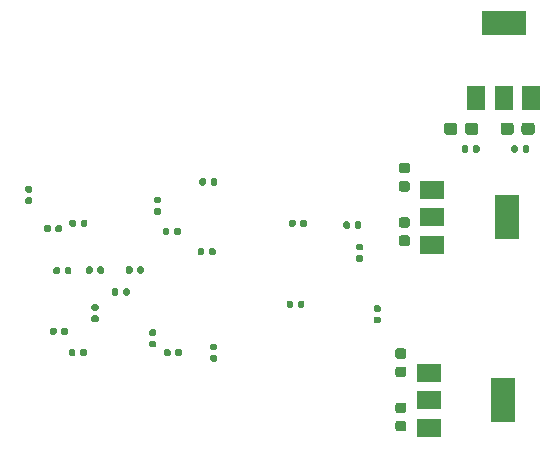
<source format=gbp>
%TF.GenerationSoftware,KiCad,Pcbnew,5.1.8-db9833491~88~ubuntu20.04.1*%
%TF.CreationDate,2021-01-24T20:19:36-05:00*%
%TF.ProjectId,julia_v2.1.1.0,6a756c69-615f-4763-922e-312e312e302e,rev?*%
%TF.SameCoordinates,Original*%
%TF.FileFunction,Paste,Bot*%
%TF.FilePolarity,Positive*%
%FSLAX46Y46*%
G04 Gerber Fmt 4.6, Leading zero omitted, Abs format (unit mm)*
G04 Created by KiCad (PCBNEW 5.1.8-db9833491~88~ubuntu20.04.1) date 2021-01-24 20:19:36*
%MOMM*%
%LPD*%
G01*
G04 APERTURE LIST*
%ADD10R,1.500000X2.000000*%
%ADD11R,3.800000X2.000000*%
%ADD12R,2.000000X1.500000*%
%ADD13R,2.000000X3.800000*%
G04 APERTURE END LIST*
D10*
%TO.C,U4*%
X135800000Y-95050000D03*
X131200000Y-95050000D03*
X133500000Y-95050000D03*
D11*
X133500000Y-88750000D03*
%TD*%
D12*
%TO.C,U3*%
X127450000Y-107500000D03*
X127450000Y-102900000D03*
X127450000Y-105200000D03*
D13*
X133750000Y-105200000D03*
%TD*%
D12*
%TO.C,U2*%
X127150000Y-123000000D03*
X127150000Y-118400000D03*
X127150000Y-120700000D03*
D13*
X133450000Y-120700000D03*
%TD*%
%TO.C,C39*%
G36*
G01*
X105300000Y-116480000D02*
X105300000Y-116820000D01*
G75*
G02*
X105160000Y-116960000I-140000J0D01*
G01*
X104880000Y-116960000D01*
G75*
G02*
X104740000Y-116820000I0J140000D01*
G01*
X104740000Y-116480000D01*
G75*
G02*
X104880000Y-116340000I140000J0D01*
G01*
X105160000Y-116340000D01*
G75*
G02*
X105300000Y-116480000I0J-140000D01*
G01*
G37*
G36*
G01*
X106260000Y-116480000D02*
X106260000Y-116820000D01*
G75*
G02*
X106120000Y-116960000I-140000J0D01*
G01*
X105840000Y-116960000D01*
G75*
G02*
X105700000Y-116820000I0J140000D01*
G01*
X105700000Y-116480000D01*
G75*
G02*
X105840000Y-116340000I140000J0D01*
G01*
X106120000Y-116340000D01*
G75*
G02*
X106260000Y-116480000I0J-140000D01*
G01*
G37*
%TD*%
%TO.C,C38*%
G36*
G01*
X95650000Y-114680000D02*
X95650000Y-115020000D01*
G75*
G02*
X95510000Y-115160000I-140000J0D01*
G01*
X95230000Y-115160000D01*
G75*
G02*
X95090000Y-115020000I0J140000D01*
G01*
X95090000Y-114680000D01*
G75*
G02*
X95230000Y-114540000I140000J0D01*
G01*
X95510000Y-114540000D01*
G75*
G02*
X95650000Y-114680000I0J-140000D01*
G01*
G37*
G36*
G01*
X96610000Y-114680000D02*
X96610000Y-115020000D01*
G75*
G02*
X96470000Y-115160000I-140000J0D01*
G01*
X96190000Y-115160000D01*
G75*
G02*
X96050000Y-115020000I0J140000D01*
G01*
X96050000Y-114680000D01*
G75*
G02*
X96190000Y-114540000I140000J0D01*
G01*
X96470000Y-114540000D01*
G75*
G02*
X96610000Y-114680000I0J-140000D01*
G01*
G37*
%TD*%
%TO.C,C37*%
G36*
G01*
X102080000Y-109490000D02*
X102080000Y-109830000D01*
G75*
G02*
X101940000Y-109970000I-140000J0D01*
G01*
X101660000Y-109970000D01*
G75*
G02*
X101520000Y-109830000I0J140000D01*
G01*
X101520000Y-109490000D01*
G75*
G02*
X101660000Y-109350000I140000J0D01*
G01*
X101940000Y-109350000D01*
G75*
G02*
X102080000Y-109490000I0J-140000D01*
G01*
G37*
G36*
G01*
X103040000Y-109490000D02*
X103040000Y-109830000D01*
G75*
G02*
X102900000Y-109970000I-140000J0D01*
G01*
X102620000Y-109970000D01*
G75*
G02*
X102480000Y-109830000I0J140000D01*
G01*
X102480000Y-109490000D01*
G75*
G02*
X102620000Y-109350000I140000J0D01*
G01*
X102900000Y-109350000D01*
G75*
G02*
X103040000Y-109490000I0J-140000D01*
G01*
G37*
%TD*%
%TO.C,C35*%
G36*
G01*
X93130000Y-103500000D02*
X93470000Y-103500000D01*
G75*
G02*
X93610000Y-103640000I0J-140000D01*
G01*
X93610000Y-103920000D01*
G75*
G02*
X93470000Y-104060000I-140000J0D01*
G01*
X93130000Y-104060000D01*
G75*
G02*
X92990000Y-103920000I0J140000D01*
G01*
X92990000Y-103640000D01*
G75*
G02*
X93130000Y-103500000I140000J0D01*
G01*
G37*
G36*
G01*
X93130000Y-102540000D02*
X93470000Y-102540000D01*
G75*
G02*
X93610000Y-102680000I0J-140000D01*
G01*
X93610000Y-102960000D01*
G75*
G02*
X93470000Y-103100000I-140000J0D01*
G01*
X93130000Y-103100000D01*
G75*
G02*
X92990000Y-102960000I0J140000D01*
G01*
X92990000Y-102680000D01*
G75*
G02*
X93130000Y-102540000I140000J0D01*
G01*
G37*
%TD*%
%TO.C,C33*%
G36*
G01*
X103970000Y-115250000D02*
X103630000Y-115250000D01*
G75*
G02*
X103490000Y-115110000I0J140000D01*
G01*
X103490000Y-114830000D01*
G75*
G02*
X103630000Y-114690000I140000J0D01*
G01*
X103970000Y-114690000D01*
G75*
G02*
X104110000Y-114830000I0J-140000D01*
G01*
X104110000Y-115110000D01*
G75*
G02*
X103970000Y-115250000I-140000J0D01*
G01*
G37*
G36*
G01*
X103970000Y-116210000D02*
X103630000Y-116210000D01*
G75*
G02*
X103490000Y-116070000I0J140000D01*
G01*
X103490000Y-115790000D01*
G75*
G02*
X103630000Y-115650000I140000J0D01*
G01*
X103970000Y-115650000D01*
G75*
G02*
X104110000Y-115790000I0J-140000D01*
G01*
X104110000Y-116070000D01*
G75*
G02*
X103970000Y-116210000I-140000J0D01*
G01*
G37*
%TD*%
%TO.C,C32*%
G36*
G01*
X104030000Y-104400000D02*
X104370000Y-104400000D01*
G75*
G02*
X104510000Y-104540000I0J-140000D01*
G01*
X104510000Y-104820000D01*
G75*
G02*
X104370000Y-104960000I-140000J0D01*
G01*
X104030000Y-104960000D01*
G75*
G02*
X103890000Y-104820000I0J140000D01*
G01*
X103890000Y-104540000D01*
G75*
G02*
X104030000Y-104400000I140000J0D01*
G01*
G37*
G36*
G01*
X104030000Y-103440000D02*
X104370000Y-103440000D01*
G75*
G02*
X104510000Y-103580000I0J-140000D01*
G01*
X104510000Y-103860000D01*
G75*
G02*
X104370000Y-104000000I-140000J0D01*
G01*
X104030000Y-104000000D01*
G75*
G02*
X103890000Y-103860000I0J140000D01*
G01*
X103890000Y-103580000D01*
G75*
G02*
X104030000Y-103440000I140000J0D01*
G01*
G37*
%TD*%
%TO.C,C31*%
G36*
G01*
X109120000Y-116450000D02*
X108780000Y-116450000D01*
G75*
G02*
X108640000Y-116310000I0J140000D01*
G01*
X108640000Y-116030000D01*
G75*
G02*
X108780000Y-115890000I140000J0D01*
G01*
X109120000Y-115890000D01*
G75*
G02*
X109260000Y-116030000I0J-140000D01*
G01*
X109260000Y-116310000D01*
G75*
G02*
X109120000Y-116450000I-140000J0D01*
G01*
G37*
G36*
G01*
X109120000Y-117410000D02*
X108780000Y-117410000D01*
G75*
G02*
X108640000Y-117270000I0J140000D01*
G01*
X108640000Y-116990000D01*
G75*
G02*
X108780000Y-116850000I140000J0D01*
G01*
X109120000Y-116850000D01*
G75*
G02*
X109260000Y-116990000I0J-140000D01*
G01*
X109260000Y-117270000D01*
G75*
G02*
X109120000Y-117410000I-140000J0D01*
G01*
G37*
%TD*%
%TO.C,C29*%
G36*
G01*
X101290000Y-111690000D02*
X101290000Y-111350000D01*
G75*
G02*
X101430000Y-111210000I140000J0D01*
G01*
X101710000Y-111210000D01*
G75*
G02*
X101850000Y-111350000I0J-140000D01*
G01*
X101850000Y-111690000D01*
G75*
G02*
X101710000Y-111830000I-140000J0D01*
G01*
X101430000Y-111830000D01*
G75*
G02*
X101290000Y-111690000I0J140000D01*
G01*
G37*
G36*
G01*
X100330000Y-111690000D02*
X100330000Y-111350000D01*
G75*
G02*
X100470000Y-111210000I140000J0D01*
G01*
X100750000Y-111210000D01*
G75*
G02*
X100890000Y-111350000I0J-140000D01*
G01*
X100890000Y-111690000D01*
G75*
G02*
X100750000Y-111830000I-140000J0D01*
G01*
X100470000Y-111830000D01*
G75*
G02*
X100330000Y-111690000I0J140000D01*
G01*
G37*
%TD*%
%TO.C,C28*%
G36*
G01*
X108300000Y-102030000D02*
X108300000Y-102370000D01*
G75*
G02*
X108160000Y-102510000I-140000J0D01*
G01*
X107880000Y-102510000D01*
G75*
G02*
X107740000Y-102370000I0J140000D01*
G01*
X107740000Y-102030000D01*
G75*
G02*
X107880000Y-101890000I140000J0D01*
G01*
X108160000Y-101890000D01*
G75*
G02*
X108300000Y-102030000I0J-140000D01*
G01*
G37*
G36*
G01*
X109260000Y-102030000D02*
X109260000Y-102370000D01*
G75*
G02*
X109120000Y-102510000I-140000J0D01*
G01*
X108840000Y-102510000D01*
G75*
G02*
X108700000Y-102370000I0J140000D01*
G01*
X108700000Y-102030000D01*
G75*
G02*
X108840000Y-101890000I140000J0D01*
G01*
X109120000Y-101890000D01*
G75*
G02*
X109260000Y-102030000I0J-140000D01*
G01*
G37*
%TD*%
%TO.C,C27*%
G36*
G01*
X98730000Y-113500000D02*
X99070000Y-113500000D01*
G75*
G02*
X99210000Y-113640000I0J-140000D01*
G01*
X99210000Y-113920000D01*
G75*
G02*
X99070000Y-114060000I-140000J0D01*
G01*
X98730000Y-114060000D01*
G75*
G02*
X98590000Y-113920000I0J140000D01*
G01*
X98590000Y-113640000D01*
G75*
G02*
X98730000Y-113500000I140000J0D01*
G01*
G37*
G36*
G01*
X98730000Y-112540000D02*
X99070000Y-112540000D01*
G75*
G02*
X99210000Y-112680000I0J-140000D01*
G01*
X99210000Y-112960000D01*
G75*
G02*
X99070000Y-113100000I-140000J0D01*
G01*
X98730000Y-113100000D01*
G75*
G02*
X98590000Y-112960000I0J140000D01*
G01*
X98590000Y-112680000D01*
G75*
G02*
X98730000Y-112540000I140000J0D01*
G01*
G37*
%TD*%
%TO.C,C25*%
G36*
G01*
X99100000Y-109830000D02*
X99100000Y-109490000D01*
G75*
G02*
X99240000Y-109350000I140000J0D01*
G01*
X99520000Y-109350000D01*
G75*
G02*
X99660000Y-109490000I0J-140000D01*
G01*
X99660000Y-109830000D01*
G75*
G02*
X99520000Y-109970000I-140000J0D01*
G01*
X99240000Y-109970000D01*
G75*
G02*
X99100000Y-109830000I0J140000D01*
G01*
G37*
G36*
G01*
X98140000Y-109830000D02*
X98140000Y-109490000D01*
G75*
G02*
X98280000Y-109350000I140000J0D01*
G01*
X98560000Y-109350000D01*
G75*
G02*
X98700000Y-109490000I0J-140000D01*
G01*
X98700000Y-109830000D01*
G75*
G02*
X98560000Y-109970000I-140000J0D01*
G01*
X98280000Y-109970000D01*
G75*
G02*
X98140000Y-109830000I0J140000D01*
G01*
G37*
%TD*%
%TO.C,C24*%
G36*
G01*
X105600000Y-106570000D02*
X105600000Y-106230000D01*
G75*
G02*
X105740000Y-106090000I140000J0D01*
G01*
X106020000Y-106090000D01*
G75*
G02*
X106160000Y-106230000I0J-140000D01*
G01*
X106160000Y-106570000D01*
G75*
G02*
X106020000Y-106710000I-140000J0D01*
G01*
X105740000Y-106710000D01*
G75*
G02*
X105600000Y-106570000I0J140000D01*
G01*
G37*
G36*
G01*
X104640000Y-106570000D02*
X104640000Y-106230000D01*
G75*
G02*
X104780000Y-106090000I140000J0D01*
G01*
X105060000Y-106090000D01*
G75*
G02*
X105200000Y-106230000I0J-140000D01*
G01*
X105200000Y-106570000D01*
G75*
G02*
X105060000Y-106710000I-140000J0D01*
G01*
X104780000Y-106710000D01*
G75*
G02*
X104640000Y-106570000I0J140000D01*
G01*
G37*
%TD*%
%TO.C,C22*%
G36*
G01*
X95150000Y-105980000D02*
X95150000Y-106320000D01*
G75*
G02*
X95010000Y-106460000I-140000J0D01*
G01*
X94730000Y-106460000D01*
G75*
G02*
X94590000Y-106320000I0J140000D01*
G01*
X94590000Y-105980000D01*
G75*
G02*
X94730000Y-105840000I140000J0D01*
G01*
X95010000Y-105840000D01*
G75*
G02*
X95150000Y-105980000I0J-140000D01*
G01*
G37*
G36*
G01*
X96110000Y-105980000D02*
X96110000Y-106320000D01*
G75*
G02*
X95970000Y-106460000I-140000J0D01*
G01*
X95690000Y-106460000D01*
G75*
G02*
X95550000Y-106320000I0J140000D01*
G01*
X95550000Y-105980000D01*
G75*
G02*
X95690000Y-105840000I140000J0D01*
G01*
X95970000Y-105840000D01*
G75*
G02*
X96110000Y-105980000I0J-140000D01*
G01*
G37*
%TD*%
%TO.C,C18*%
G36*
G01*
X121470000Y-108000000D02*
X121130000Y-108000000D01*
G75*
G02*
X120990000Y-107860000I0J140000D01*
G01*
X120990000Y-107580000D01*
G75*
G02*
X121130000Y-107440000I140000J0D01*
G01*
X121470000Y-107440000D01*
G75*
G02*
X121610000Y-107580000I0J-140000D01*
G01*
X121610000Y-107860000D01*
G75*
G02*
X121470000Y-108000000I-140000J0D01*
G01*
G37*
G36*
G01*
X121470000Y-108960000D02*
X121130000Y-108960000D01*
G75*
G02*
X120990000Y-108820000I0J140000D01*
G01*
X120990000Y-108540000D01*
G75*
G02*
X121130000Y-108400000I140000J0D01*
G01*
X121470000Y-108400000D01*
G75*
G02*
X121610000Y-108540000I0J-140000D01*
G01*
X121610000Y-108820000D01*
G75*
G02*
X121470000Y-108960000I-140000J0D01*
G01*
G37*
%TD*%
%TO.C,C17*%
G36*
G01*
X135012500Y-97975001D02*
X135012500Y-97424999D01*
G75*
G02*
X135262499Y-97175000I249999J0D01*
G01*
X135887501Y-97175000D01*
G75*
G02*
X136137500Y-97424999I0J-249999D01*
G01*
X136137500Y-97975001D01*
G75*
G02*
X135887501Y-98225000I-249999J0D01*
G01*
X135262499Y-98225000D01*
G75*
G02*
X135012500Y-97975001I0J249999D01*
G01*
G37*
G36*
G01*
X133237500Y-97975001D02*
X133237500Y-97424999D01*
G75*
G02*
X133487499Y-97175000I249999J0D01*
G01*
X134112501Y-97175000D01*
G75*
G02*
X134362500Y-97424999I0J-249999D01*
G01*
X134362500Y-97975001D01*
G75*
G02*
X134112501Y-98225000I-249999J0D01*
G01*
X133487499Y-98225000D01*
G75*
G02*
X133237500Y-97975001I0J249999D01*
G01*
G37*
%TD*%
%TO.C,C16*%
G36*
G01*
X97700000Y-105870000D02*
X97700000Y-105530000D01*
G75*
G02*
X97840000Y-105390000I140000J0D01*
G01*
X98120000Y-105390000D01*
G75*
G02*
X98260000Y-105530000I0J-140000D01*
G01*
X98260000Y-105870000D01*
G75*
G02*
X98120000Y-106010000I-140000J0D01*
G01*
X97840000Y-106010000D01*
G75*
G02*
X97700000Y-105870000I0J140000D01*
G01*
G37*
G36*
G01*
X96740000Y-105870000D02*
X96740000Y-105530000D01*
G75*
G02*
X96880000Y-105390000I140000J0D01*
G01*
X97160000Y-105390000D01*
G75*
G02*
X97300000Y-105530000I0J-140000D01*
G01*
X97300000Y-105870000D01*
G75*
G02*
X97160000Y-106010000I-140000J0D01*
G01*
X96880000Y-106010000D01*
G75*
G02*
X96740000Y-105870000I0J140000D01*
G01*
G37*
%TD*%
%TO.C,C15*%
G36*
G01*
X124850000Y-106725000D02*
X125350000Y-106725000D01*
G75*
G02*
X125575000Y-106950000I0J-225000D01*
G01*
X125575000Y-107400000D01*
G75*
G02*
X125350000Y-107625000I-225000J0D01*
G01*
X124850000Y-107625000D01*
G75*
G02*
X124625000Y-107400000I0J225000D01*
G01*
X124625000Y-106950000D01*
G75*
G02*
X124850000Y-106725000I225000J0D01*
G01*
G37*
G36*
G01*
X124850000Y-105175000D02*
X125350000Y-105175000D01*
G75*
G02*
X125575000Y-105400000I0J-225000D01*
G01*
X125575000Y-105850000D01*
G75*
G02*
X125350000Y-106075000I-225000J0D01*
G01*
X124850000Y-106075000D01*
G75*
G02*
X124625000Y-105850000I0J225000D01*
G01*
X124625000Y-105400000D01*
G75*
G02*
X124850000Y-105175000I225000J0D01*
G01*
G37*
%TD*%
%TO.C,C14*%
G36*
G01*
X124550000Y-122425000D02*
X125050000Y-122425000D01*
G75*
G02*
X125275000Y-122650000I0J-225000D01*
G01*
X125275000Y-123100000D01*
G75*
G02*
X125050000Y-123325000I-225000J0D01*
G01*
X124550000Y-123325000D01*
G75*
G02*
X124325000Y-123100000I0J225000D01*
G01*
X124325000Y-122650000D01*
G75*
G02*
X124550000Y-122425000I225000J0D01*
G01*
G37*
G36*
G01*
X124550000Y-120875000D02*
X125050000Y-120875000D01*
G75*
G02*
X125275000Y-121100000I0J-225000D01*
G01*
X125275000Y-121550000D01*
G75*
G02*
X125050000Y-121775000I-225000J0D01*
G01*
X124550000Y-121775000D01*
G75*
G02*
X124325000Y-121550000I0J225000D01*
G01*
X124325000Y-121100000D01*
G75*
G02*
X124550000Y-120875000I225000J0D01*
G01*
G37*
%TD*%
%TO.C,C13*%
G36*
G01*
X135100000Y-99570000D02*
X135100000Y-99230000D01*
G75*
G02*
X135240000Y-99090000I140000J0D01*
G01*
X135520000Y-99090000D01*
G75*
G02*
X135660000Y-99230000I0J-140000D01*
G01*
X135660000Y-99570000D01*
G75*
G02*
X135520000Y-99710000I-140000J0D01*
G01*
X135240000Y-99710000D01*
G75*
G02*
X135100000Y-99570000I0J140000D01*
G01*
G37*
G36*
G01*
X134140000Y-99570000D02*
X134140000Y-99230000D01*
G75*
G02*
X134280000Y-99090000I140000J0D01*
G01*
X134560000Y-99090000D01*
G75*
G02*
X134700000Y-99230000I0J-140000D01*
G01*
X134700000Y-99570000D01*
G75*
G02*
X134560000Y-99710000I-140000J0D01*
G01*
X134280000Y-99710000D01*
G75*
G02*
X134140000Y-99570000I0J140000D01*
G01*
G37*
%TD*%
%TO.C,C12*%
G36*
G01*
X97650000Y-116820000D02*
X97650000Y-116480000D01*
G75*
G02*
X97790000Y-116340000I140000J0D01*
G01*
X98070000Y-116340000D01*
G75*
G02*
X98210000Y-116480000I0J-140000D01*
G01*
X98210000Y-116820000D01*
G75*
G02*
X98070000Y-116960000I-140000J0D01*
G01*
X97790000Y-116960000D01*
G75*
G02*
X97650000Y-116820000I0J140000D01*
G01*
G37*
G36*
G01*
X96690000Y-116820000D02*
X96690000Y-116480000D01*
G75*
G02*
X96830000Y-116340000I140000J0D01*
G01*
X97110000Y-116340000D01*
G75*
G02*
X97250000Y-116480000I0J-140000D01*
G01*
X97250000Y-116820000D01*
G75*
G02*
X97110000Y-116960000I-140000J0D01*
G01*
X96830000Y-116960000D01*
G75*
G02*
X96690000Y-116820000I0J140000D01*
G01*
G37*
%TD*%
%TO.C,C11*%
G36*
G01*
X116080000Y-112720000D02*
X116080000Y-112380000D01*
G75*
G02*
X116220000Y-112240000I140000J0D01*
G01*
X116500000Y-112240000D01*
G75*
G02*
X116640000Y-112380000I0J-140000D01*
G01*
X116640000Y-112720000D01*
G75*
G02*
X116500000Y-112860000I-140000J0D01*
G01*
X116220000Y-112860000D01*
G75*
G02*
X116080000Y-112720000I0J140000D01*
G01*
G37*
G36*
G01*
X115120000Y-112720000D02*
X115120000Y-112380000D01*
G75*
G02*
X115260000Y-112240000I140000J0D01*
G01*
X115540000Y-112240000D01*
G75*
G02*
X115680000Y-112380000I0J-140000D01*
G01*
X115680000Y-112720000D01*
G75*
G02*
X115540000Y-112860000I-140000J0D01*
G01*
X115260000Y-112860000D01*
G75*
G02*
X115120000Y-112720000I0J140000D01*
G01*
G37*
%TD*%
%TO.C,C10*%
G36*
G01*
X130500000Y-99230000D02*
X130500000Y-99570000D01*
G75*
G02*
X130360000Y-99710000I-140000J0D01*
G01*
X130080000Y-99710000D01*
G75*
G02*
X129940000Y-99570000I0J140000D01*
G01*
X129940000Y-99230000D01*
G75*
G02*
X130080000Y-99090000I140000J0D01*
G01*
X130360000Y-99090000D01*
G75*
G02*
X130500000Y-99230000I0J-140000D01*
G01*
G37*
G36*
G01*
X131460000Y-99230000D02*
X131460000Y-99570000D01*
G75*
G02*
X131320000Y-99710000I-140000J0D01*
G01*
X131040000Y-99710000D01*
G75*
G02*
X130900000Y-99570000I0J140000D01*
G01*
X130900000Y-99230000D01*
G75*
G02*
X131040000Y-99090000I140000J0D01*
G01*
X131320000Y-99090000D01*
G75*
G02*
X131460000Y-99230000I0J-140000D01*
G01*
G37*
%TD*%
%TO.C,C9*%
G36*
G01*
X108550000Y-108270000D02*
X108550000Y-107930000D01*
G75*
G02*
X108690000Y-107790000I140000J0D01*
G01*
X108970000Y-107790000D01*
G75*
G02*
X109110000Y-107930000I0J-140000D01*
G01*
X109110000Y-108270000D01*
G75*
G02*
X108970000Y-108410000I-140000J0D01*
G01*
X108690000Y-108410000D01*
G75*
G02*
X108550000Y-108270000I0J140000D01*
G01*
G37*
G36*
G01*
X107590000Y-108270000D02*
X107590000Y-107930000D01*
G75*
G02*
X107730000Y-107790000I140000J0D01*
G01*
X108010000Y-107790000D01*
G75*
G02*
X108150000Y-107930000I0J-140000D01*
G01*
X108150000Y-108270000D01*
G75*
G02*
X108010000Y-108410000I-140000J0D01*
G01*
X107730000Y-108410000D01*
G75*
G02*
X107590000Y-108270000I0J140000D01*
G01*
G37*
%TD*%
%TO.C,C8*%
G36*
G01*
X125350000Y-101475000D02*
X124850000Y-101475000D01*
G75*
G02*
X124625000Y-101250000I0J225000D01*
G01*
X124625000Y-100800000D01*
G75*
G02*
X124850000Y-100575000I225000J0D01*
G01*
X125350000Y-100575000D01*
G75*
G02*
X125575000Y-100800000I0J-225000D01*
G01*
X125575000Y-101250000D01*
G75*
G02*
X125350000Y-101475000I-225000J0D01*
G01*
G37*
G36*
G01*
X125350000Y-103025000D02*
X124850000Y-103025000D01*
G75*
G02*
X124625000Y-102800000I0J225000D01*
G01*
X124625000Y-102350000D01*
G75*
G02*
X124850000Y-102125000I225000J0D01*
G01*
X125350000Y-102125000D01*
G75*
G02*
X125575000Y-102350000I0J-225000D01*
G01*
X125575000Y-102800000D01*
G75*
G02*
X125350000Y-103025000I-225000J0D01*
G01*
G37*
%TD*%
%TO.C,C7*%
G36*
G01*
X125050000Y-117175000D02*
X124550000Y-117175000D01*
G75*
G02*
X124325000Y-116950000I0J225000D01*
G01*
X124325000Y-116500000D01*
G75*
G02*
X124550000Y-116275000I225000J0D01*
G01*
X125050000Y-116275000D01*
G75*
G02*
X125275000Y-116500000I0J-225000D01*
G01*
X125275000Y-116950000D01*
G75*
G02*
X125050000Y-117175000I-225000J0D01*
G01*
G37*
G36*
G01*
X125050000Y-118725000D02*
X124550000Y-118725000D01*
G75*
G02*
X124325000Y-118500000I0J225000D01*
G01*
X124325000Y-118050000D01*
G75*
G02*
X124550000Y-117825000I225000J0D01*
G01*
X125050000Y-117825000D01*
G75*
G02*
X125275000Y-118050000I0J-225000D01*
G01*
X125275000Y-118500000D01*
G75*
G02*
X125050000Y-118725000I-225000J0D01*
G01*
G37*
%TD*%
%TO.C,C6*%
G36*
G01*
X96350000Y-109870000D02*
X96350000Y-109530000D01*
G75*
G02*
X96490000Y-109390000I140000J0D01*
G01*
X96770000Y-109390000D01*
G75*
G02*
X96910000Y-109530000I0J-140000D01*
G01*
X96910000Y-109870000D01*
G75*
G02*
X96770000Y-110010000I-140000J0D01*
G01*
X96490000Y-110010000D01*
G75*
G02*
X96350000Y-109870000I0J140000D01*
G01*
G37*
G36*
G01*
X95390000Y-109870000D02*
X95390000Y-109530000D01*
G75*
G02*
X95530000Y-109390000I140000J0D01*
G01*
X95810000Y-109390000D01*
G75*
G02*
X95950000Y-109530000I0J-140000D01*
G01*
X95950000Y-109870000D01*
G75*
G02*
X95810000Y-110010000I-140000J0D01*
G01*
X95530000Y-110010000D01*
G75*
G02*
X95390000Y-109870000I0J140000D01*
G01*
G37*
%TD*%
%TO.C,C5*%
G36*
G01*
X129575000Y-97424999D02*
X129575000Y-97975001D01*
G75*
G02*
X129325001Y-98225000I-249999J0D01*
G01*
X128699999Y-98225000D01*
G75*
G02*
X128450000Y-97975001I0J249999D01*
G01*
X128450000Y-97424999D01*
G75*
G02*
X128699999Y-97175000I249999J0D01*
G01*
X129325001Y-97175000D01*
G75*
G02*
X129575000Y-97424999I0J-249999D01*
G01*
G37*
G36*
G01*
X131350000Y-97424999D02*
X131350000Y-97975001D01*
G75*
G02*
X131100001Y-98225000I-249999J0D01*
G01*
X130474999Y-98225000D01*
G75*
G02*
X130225000Y-97975001I0J249999D01*
G01*
X130225000Y-97424999D01*
G75*
G02*
X130474999Y-97175000I249999J0D01*
G01*
X131100001Y-97175000D01*
G75*
G02*
X131350000Y-97424999I0J-249999D01*
G01*
G37*
%TD*%
%TO.C,C4*%
G36*
G01*
X116280000Y-105870000D02*
X116280000Y-105530000D01*
G75*
G02*
X116420000Y-105390000I140000J0D01*
G01*
X116700000Y-105390000D01*
G75*
G02*
X116840000Y-105530000I0J-140000D01*
G01*
X116840000Y-105870000D01*
G75*
G02*
X116700000Y-106010000I-140000J0D01*
G01*
X116420000Y-106010000D01*
G75*
G02*
X116280000Y-105870000I0J140000D01*
G01*
G37*
G36*
G01*
X115320000Y-105870000D02*
X115320000Y-105530000D01*
G75*
G02*
X115460000Y-105390000I140000J0D01*
G01*
X115740000Y-105390000D01*
G75*
G02*
X115880000Y-105530000I0J-140000D01*
G01*
X115880000Y-105870000D01*
G75*
G02*
X115740000Y-106010000I-140000J0D01*
G01*
X115460000Y-106010000D01*
G75*
G02*
X115320000Y-105870000I0J140000D01*
G01*
G37*
%TD*%
%TO.C,C3*%
G36*
G01*
X120900000Y-106020000D02*
X120900000Y-105680000D01*
G75*
G02*
X121040000Y-105540000I140000J0D01*
G01*
X121320000Y-105540000D01*
G75*
G02*
X121460000Y-105680000I0J-140000D01*
G01*
X121460000Y-106020000D01*
G75*
G02*
X121320000Y-106160000I-140000J0D01*
G01*
X121040000Y-106160000D01*
G75*
G02*
X120900000Y-106020000I0J140000D01*
G01*
G37*
G36*
G01*
X119940000Y-106020000D02*
X119940000Y-105680000D01*
G75*
G02*
X120080000Y-105540000I140000J0D01*
G01*
X120360000Y-105540000D01*
G75*
G02*
X120500000Y-105680000I0J-140000D01*
G01*
X120500000Y-106020000D01*
G75*
G02*
X120360000Y-106160000I-140000J0D01*
G01*
X120080000Y-106160000D01*
G75*
G02*
X119940000Y-106020000I0J140000D01*
G01*
G37*
%TD*%
%TO.C,C2*%
G36*
G01*
X122970000Y-113200000D02*
X122630000Y-113200000D01*
G75*
G02*
X122490000Y-113060000I0J140000D01*
G01*
X122490000Y-112780000D01*
G75*
G02*
X122630000Y-112640000I140000J0D01*
G01*
X122970000Y-112640000D01*
G75*
G02*
X123110000Y-112780000I0J-140000D01*
G01*
X123110000Y-113060000D01*
G75*
G02*
X122970000Y-113200000I-140000J0D01*
G01*
G37*
G36*
G01*
X122970000Y-114160000D02*
X122630000Y-114160000D01*
G75*
G02*
X122490000Y-114020000I0J140000D01*
G01*
X122490000Y-113740000D01*
G75*
G02*
X122630000Y-113600000I140000J0D01*
G01*
X122970000Y-113600000D01*
G75*
G02*
X123110000Y-113740000I0J-140000D01*
G01*
X123110000Y-114020000D01*
G75*
G02*
X122970000Y-114160000I-140000J0D01*
G01*
G37*
%TD*%
M02*

</source>
